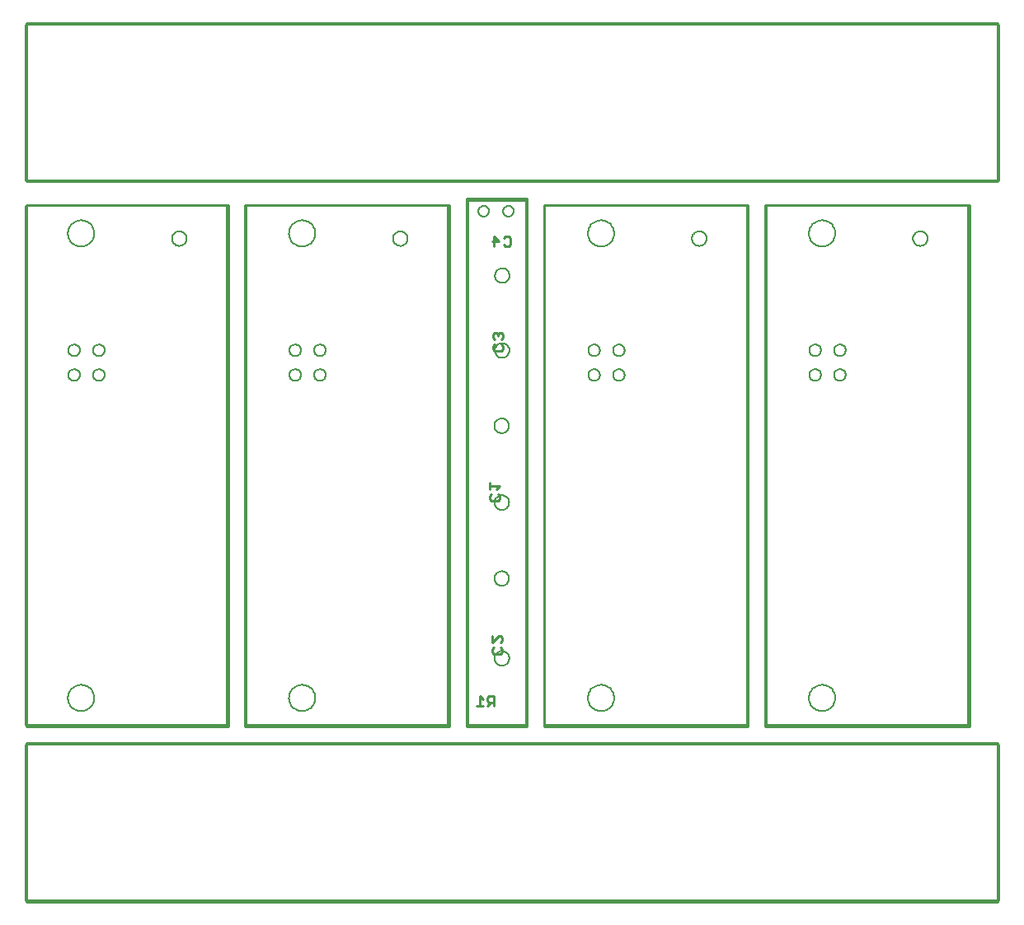
<source format=gbo>
G75*
G70*
%OFA0B0*%
%FSLAX25Y25*%
%IPPOS*%
%LPD*%
%AMOC8*
5,1,8,0,0,1.08239X$1,22.5*
%
%ADD25C,0.01000*%
%ADD58C,0.00800*%
X0010000Y0012000D02*
G75*
%LPD*%
D58*
X0010000Y0012000D02*
X0403700Y0012000D01*
X0403700Y0074990D01*
X0010000Y0074990D01*
X0010000Y0012000D01*
D25*
X0010500Y0011500D02*
X0010500Y0075600D01*
X0010500Y0075600D02*
X0403200Y0075600D01*
X0403200Y0011500D01*
X0403200Y0011500D02*
X0010500Y0011500D01*
X0010000Y0082970D02*
G75*
%LPD*%
D58*
X0091500Y0082970D02*
X0010000Y0082970D01*
X0010000Y0292970D01*
X0091500Y0292970D01*
X0091500Y0082970D01*
X0039700Y0222310D02*
X0039400Y0222330D01*
X0039100Y0222390D01*
X0038810Y0222480D01*
X0038540Y0222610D01*
X0038290Y0222780D01*
X0038060Y0222970D01*
X0037850Y0223200D01*
X0037680Y0223450D01*
X0037540Y0223710D01*
X0037440Y0224000D01*
X0037370Y0224290D01*
X0037340Y0224590D01*
X0037350Y0224900D01*
X0037400Y0225200D01*
X0037490Y0225490D01*
X0037610Y0225760D01*
X0037760Y0226020D01*
X0037950Y0226260D01*
X0038170Y0226470D01*
X0038410Y0226650D01*
X0038680Y0226800D01*
X0038960Y0226910D01*
X0039250Y0226990D01*
X0039550Y0227030D01*
X0039850Y0227030D01*
X0040150Y0226990D01*
X0040440Y0226910D01*
X0040720Y0226800D01*
X0040990Y0226650D01*
X0041230Y0226470D01*
X0041450Y0226260D01*
X0041640Y0226020D01*
X0041790Y0225760D01*
X0041910Y0225490D01*
X0042000Y0225200D01*
X0042050Y0224900D01*
X0042060Y0224590D01*
X0042030Y0224290D01*
X0041960Y0224000D01*
X0041860Y0223710D01*
X0041720Y0223450D01*
X0041550Y0223200D01*
X0041340Y0222970D01*
X0041110Y0222780D01*
X0040860Y0222610D01*
X0040590Y0222480D01*
X0040300Y0222390D01*
X0040000Y0222330D01*
X0039700Y0222310D01*
X0039700Y0232310D02*
X0039400Y0232330D01*
X0039100Y0232390D01*
X0038810Y0232480D01*
X0038540Y0232610D01*
X0038290Y0232780D01*
X0038060Y0232970D01*
X0037850Y0233200D01*
X0037680Y0233450D01*
X0037540Y0233710D01*
X0037440Y0234000D01*
X0037370Y0234290D01*
X0037340Y0234590D01*
X0037350Y0234900D01*
X0037400Y0235200D01*
X0037490Y0235490D01*
X0037610Y0235760D01*
X0037760Y0236020D01*
X0037950Y0236260D01*
X0038170Y0236470D01*
X0038410Y0236650D01*
X0038680Y0236800D01*
X0038960Y0236910D01*
X0039250Y0236990D01*
X0039550Y0237030D01*
X0039850Y0237030D01*
X0040150Y0236990D01*
X0040440Y0236910D01*
X0040720Y0236800D01*
X0040990Y0236650D01*
X0041230Y0236470D01*
X0041450Y0236260D01*
X0041640Y0236020D01*
X0041790Y0235760D01*
X0041910Y0235490D01*
X0042000Y0235200D01*
X0042050Y0234900D01*
X0042060Y0234590D01*
X0042030Y0234290D01*
X0041960Y0234000D01*
X0041860Y0233710D01*
X0041720Y0233450D01*
X0041550Y0233200D01*
X0041340Y0232970D01*
X0041110Y0232780D01*
X0040860Y0232610D01*
X0040590Y0232480D01*
X0040300Y0232390D01*
X0040000Y0232330D01*
X0039700Y0232310D01*
X0029700Y0232310D02*
X0029400Y0232330D01*
X0029100Y0232390D01*
X0028810Y0232480D01*
X0028540Y0232610D01*
X0028290Y0232780D01*
X0028060Y0232970D01*
X0027850Y0233200D01*
X0027680Y0233450D01*
X0027540Y0233710D01*
X0027440Y0234000D01*
X0027370Y0234290D01*
X0027340Y0234590D01*
X0027350Y0234900D01*
X0027400Y0235200D01*
X0027490Y0235490D01*
X0027610Y0235760D01*
X0027760Y0236020D01*
X0027950Y0236260D01*
X0028170Y0236470D01*
X0028410Y0236650D01*
X0028680Y0236800D01*
X0028960Y0236910D01*
X0029250Y0236990D01*
X0029550Y0237030D01*
X0029850Y0237030D01*
X0030150Y0236990D01*
X0030440Y0236910D01*
X0030720Y0236800D01*
X0030990Y0236650D01*
X0031230Y0236470D01*
X0031450Y0236260D01*
X0031640Y0236020D01*
X0031790Y0235760D01*
X0031910Y0235490D01*
X0032000Y0235200D01*
X0032050Y0234900D01*
X0032060Y0234590D01*
X0032030Y0234290D01*
X0031960Y0234000D01*
X0031860Y0233710D01*
X0031720Y0233450D01*
X0031550Y0233200D01*
X0031340Y0232970D01*
X0031110Y0232780D01*
X0030860Y0232610D01*
X0030590Y0232480D01*
X0030300Y0232390D01*
X0030000Y0232330D01*
X0029700Y0232310D01*
X0029700Y0222310D02*
X0029400Y0222330D01*
X0029100Y0222390D01*
X0028810Y0222480D01*
X0028540Y0222610D01*
X0028290Y0222780D01*
X0028060Y0222970D01*
X0027850Y0223200D01*
X0027680Y0223450D01*
X0027540Y0223710D01*
X0027440Y0224000D01*
X0027370Y0224290D01*
X0027340Y0224590D01*
X0027350Y0224900D01*
X0027400Y0225200D01*
X0027490Y0225490D01*
X0027610Y0225760D01*
X0027760Y0226020D01*
X0027950Y0226260D01*
X0028170Y0226470D01*
X0028410Y0226650D01*
X0028680Y0226800D01*
X0028960Y0226910D01*
X0029250Y0226990D01*
X0029550Y0227030D01*
X0029850Y0227030D01*
X0030150Y0226990D01*
X0030440Y0226910D01*
X0030720Y0226800D01*
X0030990Y0226650D01*
X0031230Y0226470D01*
X0031450Y0226260D01*
X0031640Y0226020D01*
X0031790Y0225760D01*
X0031910Y0225490D01*
X0032000Y0225200D01*
X0032050Y0224900D01*
X0032060Y0224590D01*
X0032030Y0224290D01*
X0031960Y0224000D01*
X0031860Y0223710D01*
X0031720Y0223450D01*
X0031550Y0223200D01*
X0031340Y0222970D01*
X0031110Y0222780D01*
X0030860Y0222610D01*
X0030590Y0222480D01*
X0030300Y0222390D01*
X0030000Y0222330D01*
X0029700Y0222310D01*
X0032500Y0276660D02*
X0032040Y0276680D01*
X0031590Y0276740D01*
X0031140Y0276840D01*
X0030710Y0276970D01*
X0030280Y0277140D01*
X0029880Y0277350D01*
X0029490Y0277590D01*
X0029130Y0277870D01*
X0028790Y0278180D01*
X0028470Y0278510D01*
X0028190Y0278870D01*
X0027940Y0279250D01*
X0027720Y0279650D01*
X0027540Y0280070D01*
X0027400Y0280500D01*
X0027290Y0280950D01*
X0027220Y0281400D01*
X0027190Y0281860D01*
X0027200Y0282310D01*
X0027250Y0282770D01*
X0027340Y0283220D01*
X0027460Y0283650D01*
X0027630Y0284080D01*
X0027830Y0284490D01*
X0028060Y0284880D01*
X0028330Y0285260D01*
X0028630Y0285600D01*
X0028950Y0285920D01*
X0029310Y0286210D01*
X0029680Y0286470D01*
X0030080Y0286700D01*
X0030490Y0286890D01*
X0030920Y0287040D01*
X0031370Y0287160D01*
X0031820Y0287240D01*
X0032270Y0287280D01*
X0032730Y0287280D01*
X0033180Y0287240D01*
X0033630Y0287160D01*
X0034080Y0287040D01*
X0034510Y0286890D01*
X0034920Y0286700D01*
X0035320Y0286470D01*
X0035690Y0286210D01*
X0036050Y0285920D01*
X0036370Y0285600D01*
X0036670Y0285260D01*
X0036940Y0284880D01*
X0037170Y0284490D01*
X0037370Y0284080D01*
X0037540Y0283650D01*
X0037660Y0283220D01*
X0037750Y0282770D01*
X0037800Y0282310D01*
X0037810Y0281860D01*
X0037780Y0281400D01*
X0037710Y0280950D01*
X0037600Y0280500D01*
X0037460Y0280070D01*
X0037280Y0279650D01*
X0037060Y0279250D01*
X0036810Y0278870D01*
X0036530Y0278510D01*
X0036210Y0278180D01*
X0035870Y0277870D01*
X0035510Y0277590D01*
X0035120Y0277350D01*
X0034720Y0277140D01*
X0034290Y0276970D01*
X0033860Y0276840D01*
X0033410Y0276740D01*
X0032960Y0276680D01*
X0032500Y0276660D01*
X0072200Y0276910D02*
X0071860Y0276930D01*
X0071520Y0276990D01*
X0071190Y0277090D01*
X0070880Y0277220D01*
X0070580Y0277400D01*
X0070300Y0277600D01*
X0070050Y0277840D01*
X0069830Y0278100D01*
X0069650Y0278380D01*
X0069490Y0278690D01*
X0069370Y0279010D01*
X0069290Y0279350D01*
X0069250Y0279690D01*
X0069250Y0280030D01*
X0069290Y0280370D01*
X0069370Y0280710D01*
X0069490Y0281030D01*
X0069650Y0281330D01*
X0069830Y0281620D01*
X0070050Y0281880D01*
X0070300Y0282120D01*
X0070580Y0282320D01*
X0070880Y0282500D01*
X0071190Y0282630D01*
X0071520Y0282730D01*
X0071860Y0282790D01*
X0072200Y0282810D01*
X0072540Y0282790D01*
X0072880Y0282730D01*
X0073210Y0282630D01*
X0073520Y0282500D01*
X0073820Y0282320D01*
X0074100Y0282120D01*
X0074350Y0281880D01*
X0074570Y0281620D01*
X0074750Y0281340D01*
X0074910Y0281030D01*
X0075030Y0280710D01*
X0075110Y0280370D01*
X0075150Y0280030D01*
X0075150Y0279690D01*
X0075110Y0279350D01*
X0075030Y0279010D01*
X0074910Y0278690D01*
X0074750Y0278380D01*
X0074570Y0278100D01*
X0074350Y0277840D01*
X0074100Y0277600D01*
X0073820Y0277400D01*
X0073520Y0277220D01*
X0073210Y0277090D01*
X0072880Y0276990D01*
X0072540Y0276930D01*
X0072200Y0276910D01*
X0032500Y0088660D02*
X0032040Y0088680D01*
X0031590Y0088740D01*
X0031140Y0088840D01*
X0030710Y0088970D01*
X0030280Y0089140D01*
X0029880Y0089350D01*
X0029490Y0089590D01*
X0029130Y0089870D01*
X0028790Y0090180D01*
X0028470Y0090510D01*
X0028190Y0090870D01*
X0027940Y0091250D01*
X0027720Y0091650D01*
X0027540Y0092070D01*
X0027400Y0092500D01*
X0027290Y0092950D01*
X0027220Y0093400D01*
X0027190Y0093860D01*
X0027200Y0094310D01*
X0027250Y0094770D01*
X0027340Y0095220D01*
X0027460Y0095650D01*
X0027630Y0096080D01*
X0027830Y0096490D01*
X0028060Y0096880D01*
X0028330Y0097260D01*
X0028630Y0097600D01*
X0028950Y0097920D01*
X0029310Y0098210D01*
X0029680Y0098470D01*
X0030080Y0098700D01*
X0030490Y0098890D01*
X0030920Y0099040D01*
X0031370Y0099160D01*
X0031820Y0099240D01*
X0032270Y0099280D01*
X0032730Y0099280D01*
X0033180Y0099240D01*
X0033630Y0099160D01*
X0034080Y0099040D01*
X0034510Y0098890D01*
X0034920Y0098700D01*
X0035320Y0098470D01*
X0035690Y0098210D01*
X0036050Y0097920D01*
X0036370Y0097600D01*
X0036670Y0097260D01*
X0036940Y0096880D01*
X0037170Y0096490D01*
X0037370Y0096080D01*
X0037540Y0095650D01*
X0037660Y0095220D01*
X0037750Y0094770D01*
X0037800Y0094310D01*
X0037810Y0093860D01*
X0037780Y0093400D01*
X0037710Y0092950D01*
X0037600Y0092500D01*
X0037460Y0092070D01*
X0037280Y0091650D01*
X0037060Y0091250D01*
X0036810Y0090870D01*
X0036530Y0090510D01*
X0036210Y0090180D01*
X0035870Y0089870D01*
X0035510Y0089590D01*
X0035120Y0089350D01*
X0034720Y0089140D01*
X0034290Y0088970D01*
X0033860Y0088840D01*
X0033410Y0088740D01*
X0032960Y0088680D01*
X0032500Y0088660D01*
D25*
X0010500Y0082470D02*
X0010500Y0293470D01*
X0010500Y0293470D02*
X0092000Y0293470D01*
X0092000Y0082470D01*
X0010500Y0082470D01*
X0099370Y0082970D02*
G75*
%LPD*%
D58*
X0180870Y0082970D02*
X0099370Y0082970D01*
X0099370Y0292970D01*
X0180870Y0292970D01*
X0180870Y0082970D01*
X0129070Y0222310D02*
X0128770Y0222330D01*
X0128470Y0222390D01*
X0128180Y0222480D01*
X0127910Y0222610D01*
X0127660Y0222780D01*
X0127430Y0222970D01*
X0127220Y0223200D01*
X0127050Y0223450D01*
X0126910Y0223710D01*
X0126810Y0224000D01*
X0126740Y0224290D01*
X0126710Y0224590D01*
X0126720Y0224900D01*
X0126770Y0225200D01*
X0126860Y0225490D01*
X0126980Y0225760D01*
X0127130Y0226020D01*
X0127320Y0226260D01*
X0127540Y0226470D01*
X0127780Y0226650D01*
X0128050Y0226800D01*
X0128330Y0226910D01*
X0128620Y0226990D01*
X0128920Y0227030D01*
X0129220Y0227030D01*
X0129520Y0226990D01*
X0129810Y0226910D01*
X0130090Y0226800D01*
X0130360Y0226650D01*
X0130600Y0226470D01*
X0130820Y0226260D01*
X0131010Y0226020D01*
X0131160Y0225760D01*
X0131280Y0225490D01*
X0131370Y0225200D01*
X0131420Y0224900D01*
X0131430Y0224590D01*
X0131400Y0224290D01*
X0131330Y0224000D01*
X0131230Y0223710D01*
X0131090Y0223450D01*
X0130920Y0223200D01*
X0130710Y0222970D01*
X0130480Y0222780D01*
X0130230Y0222610D01*
X0129960Y0222480D01*
X0129670Y0222390D01*
X0129370Y0222330D01*
X0129070Y0222310D01*
X0129070Y0232310D02*
X0128770Y0232330D01*
X0128470Y0232390D01*
X0128180Y0232480D01*
X0127910Y0232610D01*
X0127660Y0232780D01*
X0127430Y0232970D01*
X0127220Y0233200D01*
X0127050Y0233450D01*
X0126910Y0233710D01*
X0126810Y0234000D01*
X0126740Y0234290D01*
X0126710Y0234590D01*
X0126720Y0234900D01*
X0126770Y0235200D01*
X0126860Y0235490D01*
X0126980Y0235760D01*
X0127130Y0236020D01*
X0127320Y0236260D01*
X0127540Y0236470D01*
X0127780Y0236650D01*
X0128050Y0236800D01*
X0128330Y0236910D01*
X0128620Y0236990D01*
X0128920Y0237030D01*
X0129220Y0237030D01*
X0129520Y0236990D01*
X0129810Y0236910D01*
X0130090Y0236800D01*
X0130360Y0236650D01*
X0130600Y0236470D01*
X0130820Y0236260D01*
X0131010Y0236020D01*
X0131160Y0235760D01*
X0131280Y0235490D01*
X0131370Y0235200D01*
X0131420Y0234900D01*
X0131430Y0234590D01*
X0131400Y0234290D01*
X0131330Y0234000D01*
X0131230Y0233710D01*
X0131090Y0233450D01*
X0130920Y0233200D01*
X0130710Y0232970D01*
X0130480Y0232780D01*
X0130230Y0232610D01*
X0129960Y0232480D01*
X0129670Y0232390D01*
X0129370Y0232330D01*
X0129070Y0232310D01*
X0119070Y0232310D02*
X0118770Y0232330D01*
X0118470Y0232390D01*
X0118180Y0232480D01*
X0117910Y0232610D01*
X0117660Y0232780D01*
X0117430Y0232970D01*
X0117220Y0233200D01*
X0117050Y0233450D01*
X0116910Y0233710D01*
X0116810Y0234000D01*
X0116740Y0234290D01*
X0116710Y0234590D01*
X0116720Y0234900D01*
X0116770Y0235200D01*
X0116860Y0235490D01*
X0116980Y0235760D01*
X0117130Y0236020D01*
X0117320Y0236260D01*
X0117540Y0236470D01*
X0117780Y0236650D01*
X0118050Y0236800D01*
X0118330Y0236910D01*
X0118620Y0236990D01*
X0118920Y0237030D01*
X0119220Y0237030D01*
X0119520Y0236990D01*
X0119810Y0236910D01*
X0120090Y0236800D01*
X0120360Y0236650D01*
X0120600Y0236470D01*
X0120820Y0236260D01*
X0121010Y0236020D01*
X0121160Y0235760D01*
X0121280Y0235490D01*
X0121370Y0235200D01*
X0121420Y0234900D01*
X0121430Y0234590D01*
X0121400Y0234290D01*
X0121330Y0234000D01*
X0121230Y0233710D01*
X0121090Y0233450D01*
X0120920Y0233200D01*
X0120710Y0232970D01*
X0120480Y0232780D01*
X0120230Y0232610D01*
X0119960Y0232480D01*
X0119670Y0232390D01*
X0119370Y0232330D01*
X0119070Y0232310D01*
X0119070Y0222310D02*
X0118770Y0222330D01*
X0118470Y0222390D01*
X0118180Y0222480D01*
X0117910Y0222610D01*
X0117660Y0222780D01*
X0117430Y0222970D01*
X0117220Y0223200D01*
X0117050Y0223450D01*
X0116910Y0223710D01*
X0116810Y0224000D01*
X0116740Y0224290D01*
X0116710Y0224590D01*
X0116720Y0224900D01*
X0116770Y0225200D01*
X0116860Y0225490D01*
X0116980Y0225760D01*
X0117130Y0226020D01*
X0117320Y0226260D01*
X0117540Y0226470D01*
X0117780Y0226650D01*
X0118050Y0226800D01*
X0118330Y0226910D01*
X0118620Y0226990D01*
X0118920Y0227030D01*
X0119220Y0227030D01*
X0119520Y0226990D01*
X0119810Y0226910D01*
X0120090Y0226800D01*
X0120360Y0226650D01*
X0120600Y0226470D01*
X0120820Y0226260D01*
X0121010Y0226020D01*
X0121160Y0225760D01*
X0121280Y0225490D01*
X0121370Y0225200D01*
X0121420Y0224900D01*
X0121430Y0224590D01*
X0121400Y0224290D01*
X0121330Y0224000D01*
X0121230Y0223710D01*
X0121090Y0223450D01*
X0120920Y0223200D01*
X0120710Y0222970D01*
X0120480Y0222780D01*
X0120230Y0222610D01*
X0119960Y0222480D01*
X0119670Y0222390D01*
X0119370Y0222330D01*
X0119070Y0222310D01*
X0121870Y0276660D02*
X0121410Y0276680D01*
X0120960Y0276740D01*
X0120510Y0276840D01*
X0120080Y0276970D01*
X0119650Y0277140D01*
X0119250Y0277350D01*
X0118860Y0277590D01*
X0118500Y0277870D01*
X0118160Y0278180D01*
X0117840Y0278510D01*
X0117560Y0278870D01*
X0117310Y0279250D01*
X0117090Y0279650D01*
X0116910Y0280070D01*
X0116770Y0280500D01*
X0116660Y0280950D01*
X0116590Y0281400D01*
X0116560Y0281860D01*
X0116570Y0282310D01*
X0116620Y0282770D01*
X0116710Y0283220D01*
X0116830Y0283650D01*
X0117000Y0284080D01*
X0117200Y0284490D01*
X0117430Y0284880D01*
X0117700Y0285260D01*
X0118000Y0285600D01*
X0118320Y0285920D01*
X0118680Y0286210D01*
X0119050Y0286470D01*
X0119450Y0286700D01*
X0119860Y0286890D01*
X0120290Y0287040D01*
X0120740Y0287160D01*
X0121190Y0287240D01*
X0121640Y0287280D01*
X0122100Y0287280D01*
X0122550Y0287240D01*
X0123000Y0287160D01*
X0123450Y0287040D01*
X0123880Y0286890D01*
X0124290Y0286700D01*
X0124690Y0286470D01*
X0125060Y0286210D01*
X0125420Y0285920D01*
X0125740Y0285600D01*
X0126040Y0285260D01*
X0126310Y0284880D01*
X0126540Y0284490D01*
X0126740Y0284080D01*
X0126910Y0283650D01*
X0127030Y0283220D01*
X0127120Y0282770D01*
X0127170Y0282310D01*
X0127180Y0281860D01*
X0127150Y0281400D01*
X0127080Y0280950D01*
X0126970Y0280500D01*
X0126830Y0280070D01*
X0126650Y0279650D01*
X0126430Y0279250D01*
X0126180Y0278870D01*
X0125900Y0278510D01*
X0125580Y0278180D01*
X0125240Y0277870D01*
X0124880Y0277590D01*
X0124490Y0277350D01*
X0124090Y0277140D01*
X0123660Y0276970D01*
X0123230Y0276840D01*
X0122780Y0276740D01*
X0122330Y0276680D01*
X0121870Y0276660D01*
X0161570Y0276910D02*
X0161230Y0276930D01*
X0160890Y0276990D01*
X0160560Y0277090D01*
X0160250Y0277220D01*
X0159950Y0277400D01*
X0159670Y0277600D01*
X0159420Y0277840D01*
X0159200Y0278100D01*
X0159020Y0278380D01*
X0158860Y0278690D01*
X0158740Y0279010D01*
X0158660Y0279350D01*
X0158620Y0279690D01*
X0158620Y0280030D01*
X0158660Y0280370D01*
X0158740Y0280710D01*
X0158860Y0281030D01*
X0159020Y0281330D01*
X0159200Y0281620D01*
X0159420Y0281880D01*
X0159670Y0282120D01*
X0159950Y0282320D01*
X0160250Y0282500D01*
X0160560Y0282630D01*
X0160890Y0282730D01*
X0161230Y0282790D01*
X0161570Y0282810D01*
X0161910Y0282790D01*
X0162250Y0282730D01*
X0162580Y0282630D01*
X0162890Y0282500D01*
X0163190Y0282320D01*
X0163470Y0282120D01*
X0163720Y0281880D01*
X0163940Y0281620D01*
X0164120Y0281340D01*
X0164280Y0281030D01*
X0164400Y0280710D01*
X0164480Y0280370D01*
X0164520Y0280030D01*
X0164520Y0279690D01*
X0164480Y0279350D01*
X0164400Y0279010D01*
X0164280Y0278690D01*
X0164120Y0278380D01*
X0163940Y0278100D01*
X0163720Y0277840D01*
X0163470Y0277600D01*
X0163190Y0277400D01*
X0162890Y0277220D01*
X0162580Y0277090D01*
X0162250Y0276990D01*
X0161910Y0276930D01*
X0161570Y0276910D01*
X0121870Y0088660D02*
X0121410Y0088680D01*
X0120960Y0088740D01*
X0120510Y0088840D01*
X0120080Y0088970D01*
X0119650Y0089140D01*
X0119250Y0089350D01*
X0118860Y0089590D01*
X0118500Y0089870D01*
X0118160Y0090180D01*
X0117840Y0090510D01*
X0117560Y0090870D01*
X0117310Y0091250D01*
X0117090Y0091650D01*
X0116910Y0092070D01*
X0116770Y0092500D01*
X0116660Y0092950D01*
X0116590Y0093400D01*
X0116560Y0093860D01*
X0116570Y0094310D01*
X0116620Y0094770D01*
X0116710Y0095220D01*
X0116830Y0095650D01*
X0117000Y0096080D01*
X0117200Y0096490D01*
X0117430Y0096880D01*
X0117700Y0097260D01*
X0118000Y0097600D01*
X0118320Y0097920D01*
X0118680Y0098210D01*
X0119050Y0098470D01*
X0119450Y0098700D01*
X0119860Y0098890D01*
X0120290Y0099040D01*
X0120740Y0099160D01*
X0121190Y0099240D01*
X0121640Y0099280D01*
X0122100Y0099280D01*
X0122550Y0099240D01*
X0123000Y0099160D01*
X0123450Y0099040D01*
X0123880Y0098890D01*
X0124290Y0098700D01*
X0124690Y0098470D01*
X0125060Y0098210D01*
X0125420Y0097920D01*
X0125740Y0097600D01*
X0126040Y0097260D01*
X0126310Y0096880D01*
X0126540Y0096490D01*
X0126740Y0096080D01*
X0126910Y0095650D01*
X0127030Y0095220D01*
X0127120Y0094770D01*
X0127170Y0094310D01*
X0127180Y0093860D01*
X0127150Y0093400D01*
X0127080Y0092950D01*
X0126970Y0092500D01*
X0126830Y0092070D01*
X0126650Y0091650D01*
X0126430Y0091250D01*
X0126180Y0090870D01*
X0125900Y0090510D01*
X0125580Y0090180D01*
X0125240Y0089870D01*
X0124880Y0089590D01*
X0124490Y0089350D01*
X0124090Y0089140D01*
X0123660Y0088970D01*
X0123230Y0088840D01*
X0122780Y0088740D01*
X0122330Y0088680D01*
X0121870Y0088660D01*
D25*
X0098870Y0082470D02*
X0098870Y0293470D01*
X0181370Y0293470D01*
X0181370Y0082470D01*
X0098870Y0082470D01*
X0188740Y0082970D02*
G75*
%LPD*%
D25*
X0188740Y0082970D02*
X0212360Y0082970D01*
X0212360Y0295570D01*
X0188740Y0295570D01*
X0188740Y0082970D01*
X0192280Y0090780D02*
X0194950Y0090780D01*
X0194950Y0093450D02*
X0193620Y0094780D01*
X0193620Y0090780D01*
X0196890Y0090780D02*
X0198220Y0092110D01*
X0197550Y0092110D02*
X0199560Y0092110D01*
X0199560Y0090780D02*
X0199560Y0094780D01*
X0197550Y0094780D01*
X0196890Y0094110D01*
X0196890Y0092780D01*
X0197550Y0092110D01*
X0199460Y0111690D02*
X0198790Y0112360D01*
X0198790Y0113700D01*
X0199460Y0114360D01*
X0198790Y0116300D02*
X0201460Y0118970D01*
X0202130Y0118970D01*
X0202800Y0118300D01*
X0202800Y0116970D01*
X0202130Y0116300D01*
X0202130Y0114360D02*
X0202800Y0113700D01*
X0202800Y0112360D01*
X0202130Y0111690D01*
X0199460Y0111690D01*
X0198790Y0116300D02*
X0198790Y0118970D01*
X0198410Y0173800D02*
X0197740Y0174470D01*
X0197740Y0175800D01*
X0198410Y0176470D01*
X0197740Y0178400D02*
X0197740Y0181070D01*
X0197740Y0179740D02*
X0201740Y0179740D01*
X0200410Y0178400D01*
X0201080Y0176470D02*
X0201740Y0175800D01*
X0201740Y0174470D01*
X0201080Y0173800D01*
X0198410Y0173800D01*
X0199650Y0234430D02*
X0198980Y0235090D01*
X0198980Y0236430D01*
X0199650Y0237090D01*
X0199650Y0239030D02*
X0198980Y0239700D01*
X0198980Y0241030D01*
X0199650Y0241700D01*
X0200320Y0241700D01*
X0200990Y0241030D01*
X0200990Y0240360D01*
X0200990Y0241030D02*
X0201650Y0241700D01*
X0202320Y0241700D01*
X0202990Y0241030D01*
X0202990Y0239700D01*
X0202320Y0239030D01*
X0202320Y0237090D02*
X0202990Y0236430D01*
X0202990Y0235090D01*
X0202320Y0234430D01*
X0199650Y0234430D01*
X0199440Y0276680D02*
X0199440Y0280690D01*
X0201440Y0278690D01*
X0198770Y0278690D01*
X0203380Y0280020D02*
X0204040Y0280690D01*
X0205380Y0280690D01*
X0206040Y0280020D01*
X0206040Y0277350D01*
X0205380Y0276680D01*
X0204040Y0276680D01*
X0203380Y0277350D01*
D58*
X0199840Y0264900D02*
X0199860Y0265240D01*
X0199920Y0265580D01*
X0200020Y0265910D01*
X0200150Y0266220D01*
X0200330Y0266520D01*
X0200530Y0266800D01*
X0200770Y0267050D01*
X0201030Y0267270D01*
X0201310Y0267450D01*
X0201620Y0267610D01*
X0201940Y0267730D01*
X0202280Y0267810D01*
X0202620Y0267850D01*
X0202960Y0267850D01*
X0203300Y0267810D01*
X0203640Y0267730D01*
X0203960Y0267610D01*
X0204260Y0267450D01*
X0204550Y0267270D01*
X0204810Y0267050D01*
X0205050Y0266800D01*
X0205250Y0266520D01*
X0205430Y0266220D01*
X0205560Y0265910D01*
X0205660Y0265580D01*
X0205720Y0265240D01*
X0205740Y0264900D01*
X0205720Y0264560D01*
X0205660Y0264220D01*
X0205560Y0263890D01*
X0205430Y0263580D01*
X0205250Y0263280D01*
X0205050Y0263000D01*
X0204810Y0262750D01*
X0204550Y0262530D01*
X0204270Y0262350D01*
X0203960Y0262190D01*
X0203640Y0262070D01*
X0203300Y0261990D01*
X0202960Y0261950D01*
X0202620Y0261950D01*
X0202280Y0261990D01*
X0201940Y0262070D01*
X0201620Y0262190D01*
X0201310Y0262350D01*
X0201030Y0262530D01*
X0200770Y0262750D01*
X0200530Y0263000D01*
X0200330Y0263280D01*
X0200150Y0263580D01*
X0200020Y0263890D01*
X0199920Y0264220D01*
X0199860Y0264560D01*
X0199840Y0264900D01*
X0193110Y0291000D02*
X0193130Y0291290D01*
X0193190Y0291570D01*
X0193280Y0291850D01*
X0193410Y0292110D01*
X0193580Y0292340D01*
X0193770Y0292560D01*
X0193990Y0292750D01*
X0194240Y0292900D01*
X0194500Y0293030D01*
X0194780Y0293110D01*
X0195060Y0293160D01*
X0195350Y0293170D01*
X0195640Y0293140D01*
X0195920Y0293070D01*
X0196190Y0292970D01*
X0196450Y0292830D01*
X0196680Y0292660D01*
X0196890Y0292460D01*
X0197070Y0292230D01*
X0197220Y0291980D01*
X0197330Y0291710D01*
X0197410Y0291430D01*
X0197450Y0291140D01*
X0197450Y0290860D01*
X0197410Y0290570D01*
X0197330Y0290290D01*
X0197220Y0290020D01*
X0197070Y0289770D01*
X0196890Y0289540D01*
X0196680Y0289340D01*
X0196450Y0289170D01*
X0196190Y0289030D01*
X0195920Y0288930D01*
X0195640Y0288860D01*
X0195350Y0288830D01*
X0195060Y0288840D01*
X0194780Y0288890D01*
X0194500Y0288970D01*
X0194240Y0289100D01*
X0193990Y0289250D01*
X0193770Y0289440D01*
X0193580Y0289660D01*
X0193410Y0289890D01*
X0193280Y0290150D01*
X0193190Y0290430D01*
X0193130Y0290710D01*
X0193110Y0291000D01*
X0203110Y0291000D02*
X0203130Y0291290D01*
X0203190Y0291570D01*
X0203280Y0291850D01*
X0203410Y0292110D01*
X0203580Y0292340D01*
X0203770Y0292560D01*
X0203990Y0292750D01*
X0204240Y0292900D01*
X0204500Y0293030D01*
X0204780Y0293110D01*
X0205060Y0293160D01*
X0205350Y0293170D01*
X0205640Y0293140D01*
X0205920Y0293070D01*
X0206190Y0292970D01*
X0206450Y0292830D01*
X0206680Y0292660D01*
X0206890Y0292460D01*
X0207070Y0292230D01*
X0207220Y0291980D01*
X0207330Y0291710D01*
X0207410Y0291430D01*
X0207450Y0291140D01*
X0207450Y0290860D01*
X0207410Y0290570D01*
X0207330Y0290290D01*
X0207220Y0290020D01*
X0207070Y0289770D01*
X0206890Y0289540D01*
X0206680Y0289340D01*
X0206450Y0289170D01*
X0206190Y0289030D01*
X0205920Y0288930D01*
X0205640Y0288860D01*
X0205350Y0288830D01*
X0205060Y0288840D01*
X0204780Y0288890D01*
X0204500Y0288970D01*
X0204240Y0289100D01*
X0203990Y0289250D01*
X0203770Y0289440D01*
X0203580Y0289660D01*
X0203410Y0289890D01*
X0203280Y0290150D01*
X0203190Y0290430D01*
X0203130Y0290710D01*
X0203110Y0291000D01*
X0199750Y0234620D02*
X0199770Y0234960D01*
X0199830Y0235300D01*
X0199930Y0235630D01*
X0200060Y0235940D01*
X0200240Y0236240D01*
X0200440Y0236520D01*
X0200680Y0236770D01*
X0200940Y0236990D01*
X0201220Y0237170D01*
X0201530Y0237330D01*
X0201850Y0237450D01*
X0202190Y0237530D01*
X0202530Y0237570D01*
X0202870Y0237570D01*
X0203210Y0237530D01*
X0203550Y0237450D01*
X0203870Y0237330D01*
X0204170Y0237170D01*
X0204460Y0236990D01*
X0204720Y0236770D01*
X0204960Y0236520D01*
X0205160Y0236240D01*
X0205340Y0235940D01*
X0205470Y0235630D01*
X0205570Y0235300D01*
X0205630Y0234960D01*
X0205650Y0234620D01*
X0205630Y0234280D01*
X0205570Y0233940D01*
X0205470Y0233610D01*
X0205340Y0233300D01*
X0205160Y0233000D01*
X0204960Y0232720D01*
X0204720Y0232470D01*
X0204460Y0232250D01*
X0204180Y0232070D01*
X0203870Y0231910D01*
X0203550Y0231790D01*
X0203210Y0231710D01*
X0202870Y0231670D01*
X0202530Y0231670D01*
X0202190Y0231710D01*
X0201850Y0231790D01*
X0201530Y0231910D01*
X0201220Y0232070D01*
X0200940Y0232250D01*
X0200680Y0232470D01*
X0200440Y0232720D01*
X0200240Y0233000D01*
X0200060Y0233300D01*
X0199930Y0233610D01*
X0199830Y0233940D01*
X0199770Y0234280D01*
X0199750Y0234620D01*
X0199580Y0204130D02*
X0199600Y0204470D01*
X0199660Y0204810D01*
X0199760Y0205140D01*
X0199890Y0205450D01*
X0200070Y0205750D01*
X0200270Y0206030D01*
X0200510Y0206280D01*
X0200770Y0206500D01*
X0201050Y0206680D01*
X0201360Y0206840D01*
X0201680Y0206960D01*
X0202020Y0207040D01*
X0202360Y0207080D01*
X0202700Y0207080D01*
X0203040Y0207040D01*
X0203380Y0206960D01*
X0203700Y0206840D01*
X0204000Y0206680D01*
X0204290Y0206500D01*
X0204550Y0206280D01*
X0204790Y0206030D01*
X0204990Y0205750D01*
X0205170Y0205450D01*
X0205300Y0205140D01*
X0205400Y0204810D01*
X0205460Y0204470D01*
X0205480Y0204130D01*
X0205460Y0203790D01*
X0205400Y0203450D01*
X0205300Y0203120D01*
X0205170Y0202810D01*
X0204990Y0202510D01*
X0204790Y0202230D01*
X0204550Y0201980D01*
X0204290Y0201760D01*
X0204010Y0201580D01*
X0203700Y0201420D01*
X0203380Y0201300D01*
X0203040Y0201220D01*
X0202700Y0201180D01*
X0202360Y0201180D01*
X0202020Y0201220D01*
X0201680Y0201300D01*
X0201360Y0201420D01*
X0201050Y0201580D01*
X0200770Y0201760D01*
X0200510Y0201980D01*
X0200270Y0202230D01*
X0200070Y0202510D01*
X0199890Y0202810D01*
X0199760Y0203120D01*
X0199660Y0203450D01*
X0199600Y0203790D01*
X0199580Y0204130D01*
X0199680Y0173030D02*
X0199700Y0173370D01*
X0199760Y0173710D01*
X0199860Y0174040D01*
X0199990Y0174350D01*
X0200170Y0174650D01*
X0200370Y0174930D01*
X0200610Y0175180D01*
X0200870Y0175400D01*
X0201150Y0175580D01*
X0201460Y0175740D01*
X0201780Y0175860D01*
X0202120Y0175940D01*
X0202460Y0175980D01*
X0202800Y0175980D01*
X0203140Y0175940D01*
X0203480Y0175860D01*
X0203800Y0175740D01*
X0204100Y0175580D01*
X0204390Y0175400D01*
X0204650Y0175180D01*
X0204890Y0174930D01*
X0205090Y0174650D01*
X0205270Y0174350D01*
X0205400Y0174040D01*
X0205500Y0173710D01*
X0205560Y0173370D01*
X0205580Y0173030D01*
X0205560Y0172690D01*
X0205500Y0172350D01*
X0205400Y0172020D01*
X0205270Y0171710D01*
X0205090Y0171410D01*
X0204890Y0171130D01*
X0204650Y0170880D01*
X0204390Y0170660D01*
X0204110Y0170480D01*
X0203800Y0170320D01*
X0203480Y0170200D01*
X0203140Y0170120D01*
X0202800Y0170080D01*
X0202460Y0170080D01*
X0202120Y0170120D01*
X0201780Y0170200D01*
X0201460Y0170320D01*
X0201150Y0170480D01*
X0200870Y0170660D01*
X0200610Y0170880D01*
X0200370Y0171130D01*
X0200170Y0171410D01*
X0199990Y0171710D01*
X0199860Y0172020D01*
X0199760Y0172350D01*
X0199700Y0172690D01*
X0199680Y0173030D01*
X0199610Y0142320D02*
X0199630Y0142660D01*
X0199690Y0143000D01*
X0199790Y0143330D01*
X0199920Y0143640D01*
X0200100Y0143940D01*
X0200300Y0144220D01*
X0200540Y0144470D01*
X0200800Y0144690D01*
X0201080Y0144870D01*
X0201390Y0145030D01*
X0201710Y0145150D01*
X0202050Y0145230D01*
X0202390Y0145270D01*
X0202730Y0145270D01*
X0203070Y0145230D01*
X0203410Y0145150D01*
X0203730Y0145030D01*
X0204030Y0144870D01*
X0204320Y0144690D01*
X0204580Y0144470D01*
X0204820Y0144220D01*
X0205020Y0143940D01*
X0205200Y0143640D01*
X0205330Y0143330D01*
X0205430Y0143000D01*
X0205490Y0142660D01*
X0205510Y0142320D01*
X0205490Y0141980D01*
X0205430Y0141640D01*
X0205330Y0141310D01*
X0205200Y0141000D01*
X0205020Y0140700D01*
X0204820Y0140420D01*
X0204580Y0140170D01*
X0204320Y0139950D01*
X0204040Y0139770D01*
X0203730Y0139610D01*
X0203410Y0139490D01*
X0203070Y0139410D01*
X0202730Y0139370D01*
X0202390Y0139370D01*
X0202050Y0139410D01*
X0201710Y0139490D01*
X0201390Y0139610D01*
X0201080Y0139770D01*
X0200800Y0139950D01*
X0200540Y0140170D01*
X0200300Y0140420D01*
X0200100Y0140700D01*
X0199920Y0141000D01*
X0199790Y0141310D01*
X0199690Y0141640D01*
X0199630Y0141980D01*
X0199610Y0142320D01*
X0199710Y0110030D02*
X0199730Y0110370D01*
X0199790Y0110710D01*
X0199890Y0111040D01*
X0200020Y0111350D01*
X0200200Y0111650D01*
X0200400Y0111930D01*
X0200640Y0112180D01*
X0200900Y0112400D01*
X0201180Y0112580D01*
X0201490Y0112740D01*
X0201810Y0112860D01*
X0202150Y0112940D01*
X0202490Y0112980D01*
X0202830Y0112980D01*
X0203170Y0112940D01*
X0203510Y0112860D01*
X0203830Y0112740D01*
X0204130Y0112580D01*
X0204420Y0112400D01*
X0204680Y0112180D01*
X0204920Y0111930D01*
X0205120Y0111650D01*
X0205300Y0111350D01*
X0205430Y0111040D01*
X0205530Y0110710D01*
X0205590Y0110370D01*
X0205610Y0110030D01*
X0205590Y0109690D01*
X0205530Y0109350D01*
X0205430Y0109020D01*
X0205300Y0108710D01*
X0205120Y0108410D01*
X0204920Y0108130D01*
X0204680Y0107880D01*
X0204420Y0107660D01*
X0204140Y0107480D01*
X0203830Y0107320D01*
X0203510Y0107200D01*
X0203170Y0107120D01*
X0202830Y0107080D01*
X0202490Y0107080D01*
X0202150Y0107120D01*
X0201810Y0107200D01*
X0201490Y0107320D01*
X0201180Y0107480D01*
X0200900Y0107660D01*
X0200640Y0107880D01*
X0200400Y0108130D01*
X0200200Y0108410D01*
X0200020Y0108710D01*
X0199890Y0109020D01*
X0199790Y0109350D01*
X0199730Y0109690D01*
X0199710Y0110030D01*
D25*
X0188240Y0082470D02*
X0188240Y0296070D01*
X0212860Y0296070D01*
X0212860Y0082470D01*
X0188240Y0082470D01*
X0220230Y0082970D02*
G75*
%LPD*%
D58*
X0301730Y0082970D02*
X0220230Y0082970D01*
X0220230Y0292970D01*
X0301730Y0292970D01*
X0301730Y0082970D01*
X0249930Y0222310D02*
X0249630Y0222330D01*
X0249330Y0222390D01*
X0249040Y0222480D01*
X0248770Y0222610D01*
X0248520Y0222780D01*
X0248290Y0222970D01*
X0248080Y0223200D01*
X0247910Y0223450D01*
X0247770Y0223710D01*
X0247670Y0224000D01*
X0247600Y0224290D01*
X0247570Y0224590D01*
X0247580Y0224900D01*
X0247630Y0225200D01*
X0247720Y0225490D01*
X0247840Y0225760D01*
X0247990Y0226020D01*
X0248180Y0226260D01*
X0248400Y0226470D01*
X0248640Y0226650D01*
X0248910Y0226800D01*
X0249190Y0226910D01*
X0249480Y0226990D01*
X0249780Y0227030D01*
X0250080Y0227030D01*
X0250380Y0226990D01*
X0250670Y0226910D01*
X0250950Y0226800D01*
X0251220Y0226650D01*
X0251460Y0226470D01*
X0251680Y0226260D01*
X0251870Y0226020D01*
X0252020Y0225760D01*
X0252140Y0225490D01*
X0252230Y0225200D01*
X0252280Y0224900D01*
X0252290Y0224590D01*
X0252260Y0224290D01*
X0252190Y0224000D01*
X0252090Y0223710D01*
X0251950Y0223450D01*
X0251780Y0223200D01*
X0251570Y0222970D01*
X0251340Y0222780D01*
X0251090Y0222610D01*
X0250820Y0222480D01*
X0250530Y0222390D01*
X0250230Y0222330D01*
X0249930Y0222310D01*
X0249930Y0232310D02*
X0249630Y0232330D01*
X0249330Y0232390D01*
X0249040Y0232480D01*
X0248770Y0232610D01*
X0248520Y0232780D01*
X0248290Y0232970D01*
X0248080Y0233200D01*
X0247910Y0233450D01*
X0247770Y0233710D01*
X0247670Y0234000D01*
X0247600Y0234290D01*
X0247570Y0234590D01*
X0247580Y0234900D01*
X0247630Y0235200D01*
X0247720Y0235490D01*
X0247840Y0235760D01*
X0247990Y0236020D01*
X0248180Y0236260D01*
X0248400Y0236470D01*
X0248640Y0236650D01*
X0248910Y0236800D01*
X0249190Y0236910D01*
X0249480Y0236990D01*
X0249780Y0237030D01*
X0250080Y0237030D01*
X0250380Y0236990D01*
X0250670Y0236910D01*
X0250950Y0236800D01*
X0251220Y0236650D01*
X0251460Y0236470D01*
X0251680Y0236260D01*
X0251870Y0236020D01*
X0252020Y0235760D01*
X0252140Y0235490D01*
X0252230Y0235200D01*
X0252280Y0234900D01*
X0252290Y0234590D01*
X0252260Y0234290D01*
X0252190Y0234000D01*
X0252090Y0233710D01*
X0251950Y0233450D01*
X0251780Y0233200D01*
X0251570Y0232970D01*
X0251340Y0232780D01*
X0251090Y0232610D01*
X0250820Y0232480D01*
X0250530Y0232390D01*
X0250230Y0232330D01*
X0249930Y0232310D01*
X0239930Y0232310D02*
X0239630Y0232330D01*
X0239330Y0232390D01*
X0239040Y0232480D01*
X0238770Y0232610D01*
X0238520Y0232780D01*
X0238290Y0232970D01*
X0238080Y0233200D01*
X0237910Y0233450D01*
X0237770Y0233710D01*
X0237670Y0234000D01*
X0237600Y0234290D01*
X0237570Y0234590D01*
X0237580Y0234900D01*
X0237630Y0235200D01*
X0237720Y0235490D01*
X0237840Y0235760D01*
X0237990Y0236020D01*
X0238180Y0236260D01*
X0238400Y0236470D01*
X0238640Y0236650D01*
X0238910Y0236800D01*
X0239190Y0236910D01*
X0239480Y0236990D01*
X0239780Y0237030D01*
X0240080Y0237030D01*
X0240380Y0236990D01*
X0240670Y0236910D01*
X0240950Y0236800D01*
X0241220Y0236650D01*
X0241460Y0236470D01*
X0241680Y0236260D01*
X0241870Y0236020D01*
X0242020Y0235760D01*
X0242140Y0235490D01*
X0242230Y0235200D01*
X0242280Y0234900D01*
X0242290Y0234590D01*
X0242260Y0234290D01*
X0242190Y0234000D01*
X0242090Y0233710D01*
X0241950Y0233450D01*
X0241780Y0233200D01*
X0241570Y0232970D01*
X0241340Y0232780D01*
X0241090Y0232610D01*
X0240820Y0232480D01*
X0240530Y0232390D01*
X0240230Y0232330D01*
X0239930Y0232310D01*
X0239930Y0222310D02*
X0239630Y0222330D01*
X0239330Y0222390D01*
X0239040Y0222480D01*
X0238770Y0222610D01*
X0238520Y0222780D01*
X0238290Y0222970D01*
X0238080Y0223200D01*
X0237910Y0223450D01*
X0237770Y0223710D01*
X0237670Y0224000D01*
X0237600Y0224290D01*
X0237570Y0224590D01*
X0237580Y0224900D01*
X0237630Y0225200D01*
X0237720Y0225490D01*
X0237840Y0225760D01*
X0237990Y0226020D01*
X0238180Y0226260D01*
X0238400Y0226470D01*
X0238640Y0226650D01*
X0238910Y0226800D01*
X0239190Y0226910D01*
X0239480Y0226990D01*
X0239780Y0227030D01*
X0240080Y0227030D01*
X0240380Y0226990D01*
X0240670Y0226910D01*
X0240950Y0226800D01*
X0241220Y0226650D01*
X0241460Y0226470D01*
X0241680Y0226260D01*
X0241870Y0226020D01*
X0242020Y0225760D01*
X0242140Y0225490D01*
X0242230Y0225200D01*
X0242280Y0224900D01*
X0242290Y0224590D01*
X0242260Y0224290D01*
X0242190Y0224000D01*
X0242090Y0223710D01*
X0241950Y0223450D01*
X0241780Y0223200D01*
X0241570Y0222970D01*
X0241340Y0222780D01*
X0241090Y0222610D01*
X0240820Y0222480D01*
X0240530Y0222390D01*
X0240230Y0222330D01*
X0239930Y0222310D01*
X0242730Y0276660D02*
X0242270Y0276680D01*
X0241820Y0276740D01*
X0241370Y0276840D01*
X0240940Y0276970D01*
X0240510Y0277140D01*
X0240110Y0277350D01*
X0239720Y0277590D01*
X0239360Y0277870D01*
X0239020Y0278180D01*
X0238700Y0278510D01*
X0238420Y0278870D01*
X0238170Y0279250D01*
X0237950Y0279650D01*
X0237770Y0280070D01*
X0237630Y0280500D01*
X0237520Y0280950D01*
X0237450Y0281400D01*
X0237420Y0281860D01*
X0237430Y0282310D01*
X0237480Y0282770D01*
X0237570Y0283220D01*
X0237690Y0283650D01*
X0237860Y0284080D01*
X0238060Y0284490D01*
X0238290Y0284880D01*
X0238560Y0285260D01*
X0238860Y0285600D01*
X0239180Y0285920D01*
X0239540Y0286210D01*
X0239910Y0286470D01*
X0240310Y0286700D01*
X0240720Y0286890D01*
X0241150Y0287040D01*
X0241600Y0287160D01*
X0242050Y0287240D01*
X0242500Y0287280D01*
X0242960Y0287280D01*
X0243410Y0287240D01*
X0243860Y0287160D01*
X0244310Y0287040D01*
X0244740Y0286890D01*
X0245150Y0286700D01*
X0245550Y0286470D01*
X0245920Y0286210D01*
X0246280Y0285920D01*
X0246600Y0285600D01*
X0246900Y0285260D01*
X0247170Y0284880D01*
X0247400Y0284490D01*
X0247600Y0284080D01*
X0247770Y0283650D01*
X0247890Y0283220D01*
X0247980Y0282770D01*
X0248030Y0282310D01*
X0248040Y0281860D01*
X0248010Y0281400D01*
X0247940Y0280950D01*
X0247830Y0280500D01*
X0247690Y0280070D01*
X0247510Y0279650D01*
X0247290Y0279250D01*
X0247040Y0278870D01*
X0246760Y0278510D01*
X0246440Y0278180D01*
X0246100Y0277870D01*
X0245740Y0277590D01*
X0245350Y0277350D01*
X0244950Y0277140D01*
X0244520Y0276970D01*
X0244090Y0276840D01*
X0243640Y0276740D01*
X0243190Y0276680D01*
X0242730Y0276660D01*
X0282430Y0276910D02*
X0282090Y0276930D01*
X0281750Y0276990D01*
X0281420Y0277090D01*
X0281110Y0277220D01*
X0280810Y0277400D01*
X0280530Y0277600D01*
X0280280Y0277840D01*
X0280060Y0278100D01*
X0279880Y0278380D01*
X0279720Y0278690D01*
X0279600Y0279010D01*
X0279520Y0279350D01*
X0279480Y0279690D01*
X0279480Y0280030D01*
X0279520Y0280370D01*
X0279600Y0280710D01*
X0279720Y0281030D01*
X0279880Y0281330D01*
X0280060Y0281620D01*
X0280280Y0281880D01*
X0280530Y0282120D01*
X0280810Y0282320D01*
X0281110Y0282500D01*
X0281420Y0282630D01*
X0281750Y0282730D01*
X0282090Y0282790D01*
X0282430Y0282810D01*
X0282770Y0282790D01*
X0283110Y0282730D01*
X0283440Y0282630D01*
X0283750Y0282500D01*
X0284050Y0282320D01*
X0284330Y0282120D01*
X0284580Y0281880D01*
X0284800Y0281620D01*
X0284980Y0281340D01*
X0285140Y0281030D01*
X0285260Y0280710D01*
X0285340Y0280370D01*
X0285380Y0280030D01*
X0285380Y0279690D01*
X0285340Y0279350D01*
X0285260Y0279010D01*
X0285140Y0278690D01*
X0284980Y0278380D01*
X0284800Y0278100D01*
X0284580Y0277840D01*
X0284330Y0277600D01*
X0284050Y0277400D01*
X0283750Y0277220D01*
X0283440Y0277090D01*
X0283110Y0276990D01*
X0282770Y0276930D01*
X0282430Y0276910D01*
X0242730Y0088660D02*
X0242270Y0088680D01*
X0241820Y0088740D01*
X0241370Y0088840D01*
X0240940Y0088970D01*
X0240510Y0089140D01*
X0240110Y0089350D01*
X0239720Y0089590D01*
X0239360Y0089870D01*
X0239020Y0090180D01*
X0238700Y0090510D01*
X0238420Y0090870D01*
X0238170Y0091250D01*
X0237950Y0091650D01*
X0237770Y0092070D01*
X0237630Y0092500D01*
X0237520Y0092950D01*
X0237450Y0093400D01*
X0237420Y0093860D01*
X0237430Y0094310D01*
X0237480Y0094770D01*
X0237570Y0095220D01*
X0237690Y0095650D01*
X0237860Y0096080D01*
X0238060Y0096490D01*
X0238290Y0096880D01*
X0238560Y0097260D01*
X0238860Y0097600D01*
X0239180Y0097920D01*
X0239540Y0098210D01*
X0239910Y0098470D01*
X0240310Y0098700D01*
X0240720Y0098890D01*
X0241150Y0099040D01*
X0241600Y0099160D01*
X0242050Y0099240D01*
X0242500Y0099280D01*
X0242960Y0099280D01*
X0243410Y0099240D01*
X0243860Y0099160D01*
X0244310Y0099040D01*
X0244740Y0098890D01*
X0245150Y0098700D01*
X0245550Y0098470D01*
X0245920Y0098210D01*
X0246280Y0097920D01*
X0246600Y0097600D01*
X0246900Y0097260D01*
X0247170Y0096880D01*
X0247400Y0096490D01*
X0247600Y0096080D01*
X0247770Y0095650D01*
X0247890Y0095220D01*
X0247980Y0094770D01*
X0248030Y0094310D01*
X0248040Y0093860D01*
X0248010Y0093400D01*
X0247940Y0092950D01*
X0247830Y0092500D01*
X0247690Y0092070D01*
X0247510Y0091650D01*
X0247290Y0091250D01*
X0247040Y0090870D01*
X0246760Y0090510D01*
X0246440Y0090180D01*
X0246100Y0089870D01*
X0245740Y0089590D01*
X0245350Y0089350D01*
X0244950Y0089140D01*
X0244520Y0088970D01*
X0244090Y0088840D01*
X0243640Y0088740D01*
X0243190Y0088680D01*
X0242730Y0088660D01*
D25*
X0219730Y0082470D02*
X0219730Y0293470D01*
X0302230Y0293470D01*
X0302230Y0082470D01*
X0219730Y0082470D01*
X0309600Y0082970D02*
G75*
%LPD*%
D58*
X0391100Y0082970D02*
X0309600Y0082970D01*
X0309600Y0292970D01*
X0391100Y0292970D01*
X0391100Y0082970D01*
X0339300Y0222310D02*
X0339000Y0222330D01*
X0338700Y0222390D01*
X0338410Y0222480D01*
X0338140Y0222610D01*
X0337890Y0222780D01*
X0337660Y0222970D01*
X0337450Y0223200D01*
X0337280Y0223450D01*
X0337140Y0223710D01*
X0337040Y0224000D01*
X0336970Y0224290D01*
X0336940Y0224590D01*
X0336950Y0224900D01*
X0337000Y0225200D01*
X0337090Y0225490D01*
X0337210Y0225760D01*
X0337360Y0226020D01*
X0337550Y0226260D01*
X0337770Y0226470D01*
X0338010Y0226650D01*
X0338280Y0226800D01*
X0338560Y0226910D01*
X0338850Y0226990D01*
X0339150Y0227030D01*
X0339450Y0227030D01*
X0339750Y0226990D01*
X0340040Y0226910D01*
X0340320Y0226800D01*
X0340590Y0226650D01*
X0340830Y0226470D01*
X0341050Y0226260D01*
X0341240Y0226020D01*
X0341390Y0225760D01*
X0341510Y0225490D01*
X0341600Y0225200D01*
X0341650Y0224900D01*
X0341660Y0224590D01*
X0341630Y0224290D01*
X0341560Y0224000D01*
X0341460Y0223710D01*
X0341320Y0223450D01*
X0341150Y0223200D01*
X0340940Y0222970D01*
X0340710Y0222780D01*
X0340460Y0222610D01*
X0340190Y0222480D01*
X0339900Y0222390D01*
X0339600Y0222330D01*
X0339300Y0222310D01*
X0339300Y0232310D02*
X0339000Y0232330D01*
X0338700Y0232390D01*
X0338410Y0232480D01*
X0338140Y0232610D01*
X0337890Y0232780D01*
X0337660Y0232970D01*
X0337450Y0233200D01*
X0337280Y0233450D01*
X0337140Y0233710D01*
X0337040Y0234000D01*
X0336970Y0234290D01*
X0336940Y0234590D01*
X0336950Y0234900D01*
X0337000Y0235200D01*
X0337090Y0235490D01*
X0337210Y0235760D01*
X0337360Y0236020D01*
X0337550Y0236260D01*
X0337770Y0236470D01*
X0338010Y0236650D01*
X0338280Y0236800D01*
X0338560Y0236910D01*
X0338850Y0236990D01*
X0339150Y0237030D01*
X0339450Y0237030D01*
X0339750Y0236990D01*
X0340040Y0236910D01*
X0340320Y0236800D01*
X0340590Y0236650D01*
X0340830Y0236470D01*
X0341050Y0236260D01*
X0341240Y0236020D01*
X0341390Y0235760D01*
X0341510Y0235490D01*
X0341600Y0235200D01*
X0341650Y0234900D01*
X0341660Y0234590D01*
X0341630Y0234290D01*
X0341560Y0234000D01*
X0341460Y0233710D01*
X0341320Y0233450D01*
X0341150Y0233200D01*
X0340940Y0232970D01*
X0340710Y0232780D01*
X0340460Y0232610D01*
X0340190Y0232480D01*
X0339900Y0232390D01*
X0339600Y0232330D01*
X0339300Y0232310D01*
X0329300Y0232310D02*
X0329000Y0232330D01*
X0328700Y0232390D01*
X0328410Y0232480D01*
X0328140Y0232610D01*
X0327890Y0232780D01*
X0327660Y0232970D01*
X0327450Y0233200D01*
X0327280Y0233450D01*
X0327140Y0233710D01*
X0327040Y0234000D01*
X0326970Y0234290D01*
X0326940Y0234590D01*
X0326950Y0234900D01*
X0327000Y0235200D01*
X0327090Y0235490D01*
X0327210Y0235760D01*
X0327360Y0236020D01*
X0327550Y0236260D01*
X0327770Y0236470D01*
X0328010Y0236650D01*
X0328280Y0236800D01*
X0328560Y0236910D01*
X0328850Y0236990D01*
X0329150Y0237030D01*
X0329450Y0237030D01*
X0329750Y0236990D01*
X0330040Y0236910D01*
X0330320Y0236800D01*
X0330590Y0236650D01*
X0330830Y0236470D01*
X0331050Y0236260D01*
X0331240Y0236020D01*
X0331390Y0235760D01*
X0331510Y0235490D01*
X0331600Y0235200D01*
X0331650Y0234900D01*
X0331660Y0234590D01*
X0331630Y0234290D01*
X0331560Y0234000D01*
X0331460Y0233710D01*
X0331320Y0233450D01*
X0331150Y0233200D01*
X0330940Y0232970D01*
X0330710Y0232780D01*
X0330460Y0232610D01*
X0330190Y0232480D01*
X0329900Y0232390D01*
X0329600Y0232330D01*
X0329300Y0232310D01*
X0329300Y0222310D02*
X0329000Y0222330D01*
X0328700Y0222390D01*
X0328410Y0222480D01*
X0328140Y0222610D01*
X0327890Y0222780D01*
X0327660Y0222970D01*
X0327450Y0223200D01*
X0327280Y0223450D01*
X0327140Y0223710D01*
X0327040Y0224000D01*
X0326970Y0224290D01*
X0326940Y0224590D01*
X0326950Y0224900D01*
X0327000Y0225200D01*
X0327090Y0225490D01*
X0327210Y0225760D01*
X0327360Y0226020D01*
X0327550Y0226260D01*
X0327770Y0226470D01*
X0328010Y0226650D01*
X0328280Y0226800D01*
X0328560Y0226910D01*
X0328850Y0226990D01*
X0329150Y0227030D01*
X0329450Y0227030D01*
X0329750Y0226990D01*
X0330040Y0226910D01*
X0330320Y0226800D01*
X0330590Y0226650D01*
X0330830Y0226470D01*
X0331050Y0226260D01*
X0331240Y0226020D01*
X0331390Y0225760D01*
X0331510Y0225490D01*
X0331600Y0225200D01*
X0331650Y0224900D01*
X0331660Y0224590D01*
X0331630Y0224290D01*
X0331560Y0224000D01*
X0331460Y0223710D01*
X0331320Y0223450D01*
X0331150Y0223200D01*
X0330940Y0222970D01*
X0330710Y0222780D01*
X0330460Y0222610D01*
X0330190Y0222480D01*
X0329900Y0222390D01*
X0329600Y0222330D01*
X0329300Y0222310D01*
X0332100Y0276660D02*
X0331640Y0276680D01*
X0331190Y0276740D01*
X0330740Y0276840D01*
X0330310Y0276970D01*
X0329880Y0277140D01*
X0329480Y0277350D01*
X0329090Y0277590D01*
X0328730Y0277870D01*
X0328390Y0278180D01*
X0328070Y0278510D01*
X0327790Y0278870D01*
X0327540Y0279250D01*
X0327320Y0279650D01*
X0327140Y0280070D01*
X0327000Y0280500D01*
X0326890Y0280950D01*
X0326820Y0281400D01*
X0326790Y0281860D01*
X0326800Y0282310D01*
X0326850Y0282770D01*
X0326940Y0283220D01*
X0327060Y0283650D01*
X0327230Y0284080D01*
X0327430Y0284490D01*
X0327660Y0284880D01*
X0327930Y0285260D01*
X0328230Y0285600D01*
X0328550Y0285920D01*
X0328910Y0286210D01*
X0329280Y0286470D01*
X0329680Y0286700D01*
X0330090Y0286890D01*
X0330520Y0287040D01*
X0330970Y0287160D01*
X0331420Y0287240D01*
X0331870Y0287280D01*
X0332330Y0287280D01*
X0332780Y0287240D01*
X0333230Y0287160D01*
X0333680Y0287040D01*
X0334110Y0286890D01*
X0334520Y0286700D01*
X0334920Y0286470D01*
X0335290Y0286210D01*
X0335650Y0285920D01*
X0335970Y0285600D01*
X0336270Y0285260D01*
X0336540Y0284880D01*
X0336770Y0284490D01*
X0336970Y0284080D01*
X0337140Y0283650D01*
X0337260Y0283220D01*
X0337350Y0282770D01*
X0337400Y0282310D01*
X0337410Y0281860D01*
X0337380Y0281400D01*
X0337310Y0280950D01*
X0337200Y0280500D01*
X0337060Y0280070D01*
X0336880Y0279650D01*
X0336660Y0279250D01*
X0336410Y0278870D01*
X0336130Y0278510D01*
X0335810Y0278180D01*
X0335470Y0277870D01*
X0335110Y0277590D01*
X0334720Y0277350D01*
X0334320Y0277140D01*
X0333890Y0276970D01*
X0333460Y0276840D01*
X0333010Y0276740D01*
X0332560Y0276680D01*
X0332100Y0276660D01*
X0371800Y0276910D02*
X0371460Y0276930D01*
X0371120Y0276990D01*
X0370790Y0277090D01*
X0370480Y0277220D01*
X0370180Y0277400D01*
X0369900Y0277600D01*
X0369650Y0277840D01*
X0369430Y0278100D01*
X0369250Y0278380D01*
X0369090Y0278690D01*
X0368970Y0279010D01*
X0368890Y0279350D01*
X0368850Y0279690D01*
X0368850Y0280030D01*
X0368890Y0280370D01*
X0368970Y0280710D01*
X0369090Y0281030D01*
X0369250Y0281330D01*
X0369430Y0281620D01*
X0369650Y0281880D01*
X0369900Y0282120D01*
X0370180Y0282320D01*
X0370480Y0282500D01*
X0370790Y0282630D01*
X0371120Y0282730D01*
X0371460Y0282790D01*
X0371800Y0282810D01*
X0372140Y0282790D01*
X0372480Y0282730D01*
X0372810Y0282630D01*
X0373120Y0282500D01*
X0373420Y0282320D01*
X0373700Y0282120D01*
X0373950Y0281880D01*
X0374170Y0281620D01*
X0374350Y0281340D01*
X0374510Y0281030D01*
X0374630Y0280710D01*
X0374710Y0280370D01*
X0374750Y0280030D01*
X0374750Y0279690D01*
X0374710Y0279350D01*
X0374630Y0279010D01*
X0374510Y0278690D01*
X0374350Y0278380D01*
X0374170Y0278100D01*
X0373950Y0277840D01*
X0373700Y0277600D01*
X0373420Y0277400D01*
X0373120Y0277220D01*
X0372810Y0277090D01*
X0372480Y0276990D01*
X0372140Y0276930D01*
X0371800Y0276910D01*
X0332100Y0088660D02*
X0331640Y0088680D01*
X0331190Y0088740D01*
X0330740Y0088840D01*
X0330310Y0088970D01*
X0329880Y0089140D01*
X0329480Y0089350D01*
X0329090Y0089590D01*
X0328730Y0089870D01*
X0328390Y0090180D01*
X0328070Y0090510D01*
X0327790Y0090870D01*
X0327540Y0091250D01*
X0327320Y0091650D01*
X0327140Y0092070D01*
X0327000Y0092500D01*
X0326890Y0092950D01*
X0326820Y0093400D01*
X0326790Y0093860D01*
X0326800Y0094310D01*
X0326850Y0094770D01*
X0326940Y0095220D01*
X0327060Y0095650D01*
X0327230Y0096080D01*
X0327430Y0096490D01*
X0327660Y0096880D01*
X0327930Y0097260D01*
X0328230Y0097600D01*
X0328550Y0097920D01*
X0328910Y0098210D01*
X0329280Y0098470D01*
X0329680Y0098700D01*
X0330090Y0098890D01*
X0330520Y0099040D01*
X0330970Y0099160D01*
X0331420Y0099240D01*
X0331870Y0099280D01*
X0332330Y0099280D01*
X0332780Y0099240D01*
X0333230Y0099160D01*
X0333680Y0099040D01*
X0334110Y0098890D01*
X0334520Y0098700D01*
X0334920Y0098470D01*
X0335290Y0098210D01*
X0335650Y0097920D01*
X0335970Y0097600D01*
X0336270Y0097260D01*
X0336540Y0096880D01*
X0336770Y0096490D01*
X0336970Y0096080D01*
X0337140Y0095650D01*
X0337260Y0095220D01*
X0337350Y0094770D01*
X0337400Y0094310D01*
X0337410Y0093860D01*
X0337380Y0093400D01*
X0337310Y0092950D01*
X0337200Y0092500D01*
X0337060Y0092070D01*
X0336880Y0091650D01*
X0336660Y0091250D01*
X0336410Y0090870D01*
X0336130Y0090510D01*
X0335810Y0090180D01*
X0335470Y0089870D01*
X0335110Y0089590D01*
X0334720Y0089350D01*
X0334320Y0089140D01*
X0333890Y0088970D01*
X0333460Y0088840D01*
X0333010Y0088740D01*
X0332560Y0088680D01*
X0332100Y0088660D01*
D25*
X0309100Y0082470D02*
X0309100Y0293470D01*
X0391600Y0293470D01*
X0391600Y0082470D01*
X0309100Y0082470D01*
X0010000Y0303440D02*
G75*
%LPD*%
D58*
X0010000Y0303440D02*
X0403700Y0303440D01*
X0403700Y0366430D01*
X0010000Y0366430D01*
X0010000Y0303440D01*
D25*
X0010500Y0302940D02*
X0010500Y0367040D01*
X0010500Y0367040D02*
X0403200Y0367040D01*
X0403200Y0302940D01*
X0403200Y0302940D02*
X0010500Y0302940D01*
M02*

</source>
